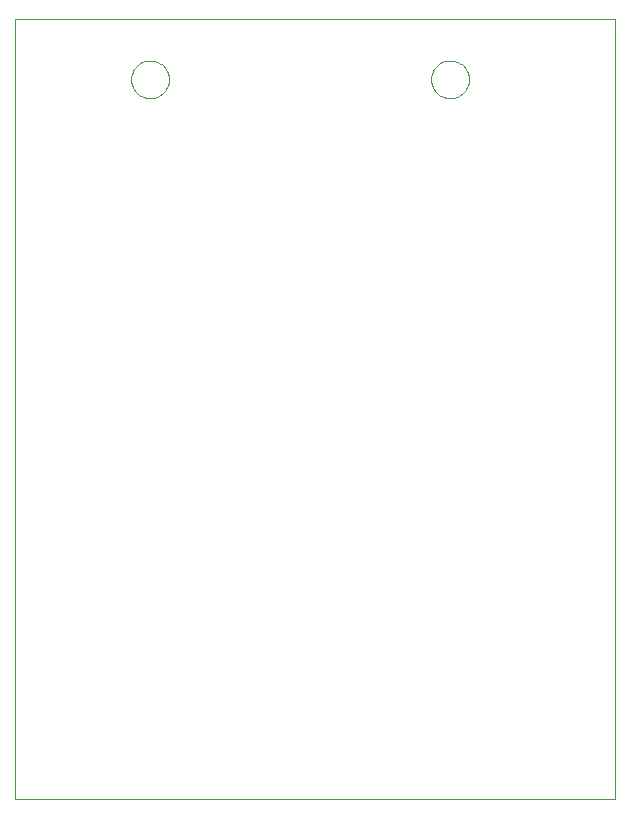
<source format=gbp>
G75*
%MOIN*%
%OFA0B0*%
%FSLAX24Y24*%
%IPPOS*%
%LPD*%
%AMOC8*
5,1,8,0,0,1.08239X$1,22.5*
%
%ADD10C,0.0000*%
D10*
X006110Y000150D02*
X006110Y026150D01*
X026110Y026150D01*
X026110Y017350D01*
X026109Y000148D01*
X006110Y000150D01*
X009980Y024150D02*
X009982Y024200D01*
X009988Y024250D01*
X009998Y024299D01*
X010012Y024347D01*
X010029Y024394D01*
X010050Y024439D01*
X010075Y024483D01*
X010103Y024524D01*
X010135Y024563D01*
X010169Y024600D01*
X010206Y024634D01*
X010246Y024664D01*
X010288Y024691D01*
X010332Y024715D01*
X010378Y024736D01*
X010425Y024752D01*
X010473Y024765D01*
X010523Y024774D01*
X010572Y024779D01*
X010623Y024780D01*
X010673Y024777D01*
X010722Y024770D01*
X010771Y024759D01*
X010819Y024744D01*
X010865Y024726D01*
X010910Y024704D01*
X010953Y024678D01*
X010994Y024649D01*
X011033Y024617D01*
X011069Y024582D01*
X011101Y024544D01*
X011131Y024504D01*
X011158Y024461D01*
X011181Y024417D01*
X011200Y024371D01*
X011216Y024323D01*
X011228Y024274D01*
X011236Y024225D01*
X011240Y024175D01*
X011240Y024125D01*
X011236Y024075D01*
X011228Y024026D01*
X011216Y023977D01*
X011200Y023929D01*
X011181Y023883D01*
X011158Y023839D01*
X011131Y023796D01*
X011101Y023756D01*
X011069Y023718D01*
X011033Y023683D01*
X010994Y023651D01*
X010953Y023622D01*
X010910Y023596D01*
X010865Y023574D01*
X010819Y023556D01*
X010771Y023541D01*
X010722Y023530D01*
X010673Y023523D01*
X010623Y023520D01*
X010572Y023521D01*
X010523Y023526D01*
X010473Y023535D01*
X010425Y023548D01*
X010378Y023564D01*
X010332Y023585D01*
X010288Y023609D01*
X010246Y023636D01*
X010206Y023666D01*
X010169Y023700D01*
X010135Y023737D01*
X010103Y023776D01*
X010075Y023817D01*
X010050Y023861D01*
X010029Y023906D01*
X010012Y023953D01*
X009998Y024001D01*
X009988Y024050D01*
X009982Y024100D01*
X009980Y024150D01*
X019980Y024150D02*
X019982Y024200D01*
X019988Y024250D01*
X019998Y024299D01*
X020012Y024347D01*
X020029Y024394D01*
X020050Y024439D01*
X020075Y024483D01*
X020103Y024524D01*
X020135Y024563D01*
X020169Y024600D01*
X020206Y024634D01*
X020246Y024664D01*
X020288Y024691D01*
X020332Y024715D01*
X020378Y024736D01*
X020425Y024752D01*
X020473Y024765D01*
X020523Y024774D01*
X020572Y024779D01*
X020623Y024780D01*
X020673Y024777D01*
X020722Y024770D01*
X020771Y024759D01*
X020819Y024744D01*
X020865Y024726D01*
X020910Y024704D01*
X020953Y024678D01*
X020994Y024649D01*
X021033Y024617D01*
X021069Y024582D01*
X021101Y024544D01*
X021131Y024504D01*
X021158Y024461D01*
X021181Y024417D01*
X021200Y024371D01*
X021216Y024323D01*
X021228Y024274D01*
X021236Y024225D01*
X021240Y024175D01*
X021240Y024125D01*
X021236Y024075D01*
X021228Y024026D01*
X021216Y023977D01*
X021200Y023929D01*
X021181Y023883D01*
X021158Y023839D01*
X021131Y023796D01*
X021101Y023756D01*
X021069Y023718D01*
X021033Y023683D01*
X020994Y023651D01*
X020953Y023622D01*
X020910Y023596D01*
X020865Y023574D01*
X020819Y023556D01*
X020771Y023541D01*
X020722Y023530D01*
X020673Y023523D01*
X020623Y023520D01*
X020572Y023521D01*
X020523Y023526D01*
X020473Y023535D01*
X020425Y023548D01*
X020378Y023564D01*
X020332Y023585D01*
X020288Y023609D01*
X020246Y023636D01*
X020206Y023666D01*
X020169Y023700D01*
X020135Y023737D01*
X020103Y023776D01*
X020075Y023817D01*
X020050Y023861D01*
X020029Y023906D01*
X020012Y023953D01*
X019998Y024001D01*
X019988Y024050D01*
X019982Y024100D01*
X019980Y024150D01*
M02*

</source>
